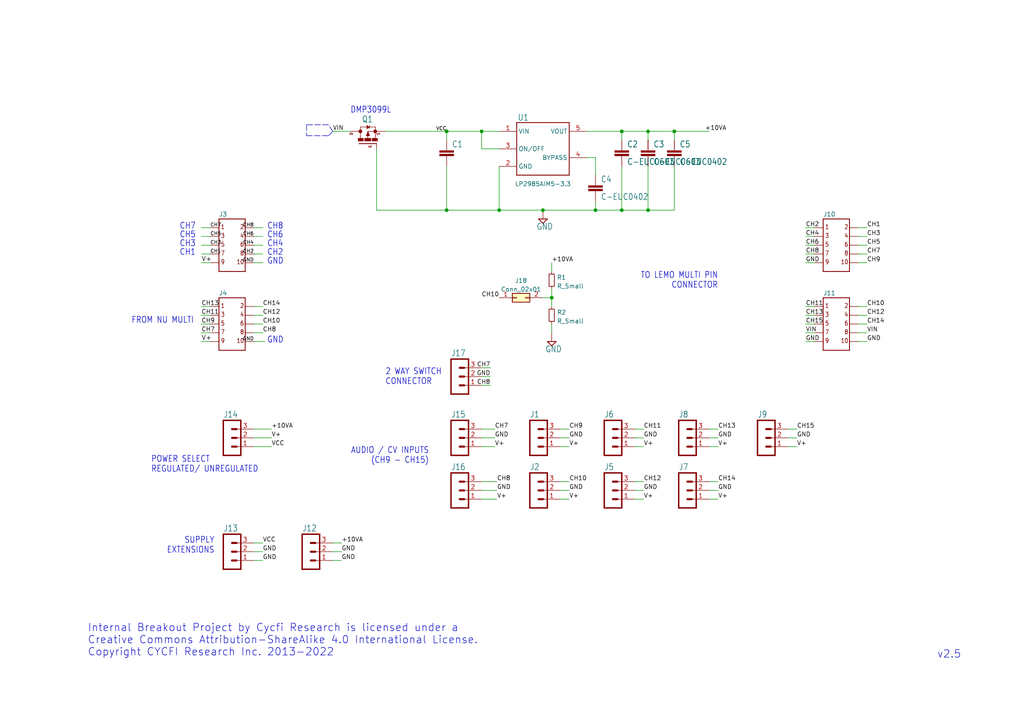
<source format=kicad_sch>
(kicad_sch (version 20211123) (generator eeschema)
  (paper "A4")
  (title_block (title "Document Number: 2022012") (date "2022-08-29") (rev "2.51"))
  (lib_symbols
    (symbol "Connector_Generic:Conn_02x01" (pin_names (offset 1.016) hide)
      (property "Reference" "J" (at 1.27 2.54 0))
      (property "Value" "Conn_02x01" (at 1.27 -2.54 0))
      (symbol "Conn_02x01_1_1"
        (rectangle (start -1.27 0.127) (end 0 -0.127) (stroke (width 0.1524)))
        (rectangle (start -1.27 1.27) (end 3.81 -1.27) (stroke (width 0.254)) (fill (type background)))
        (rectangle (start 3.81 0.127) (end 2.54 -0.127) (stroke (width 0.1524)))
        (pin passive line (at -5.08 0 0) (length 3.81) (name "Pin_1") (number "1"))
        (pin passive line (at 7.62 0 180) (length 3.81) (name "Pin_2") (number "2"))
      )
    )
    (symbol "Device:R_Small" (pin_numbers hide) (pin_names (offset 0.254) hide)
      (property "Reference" "R" (at 0.762 0.508 0))
      (property "Value" "R_Small" (at 0.762 -1.016 0))
      (symbol "R_Small_0_1"
        (rectangle (start -0.762 1.778) (end 0.762 -1.778) (stroke (width 0.2032)))
      )
      (symbol "R_Small_1_1"
        (pin passive line (at 0 2.54 270) (length 0.762) (name "~") (number "1"))
        (pin passive line (at 0 -2.54 90) (length 0.762) (name "~") (number "2"))
      )
    )
    (symbol "MA03-1_1"
      (property "Reference" "SV" (at -1.27 5.842 0))
      (property "Value" "MA03-1_1" (at -1.27 -7.62 0))
      (symbol "MA03-1_1_1_0"
        (polyline (pts (xy -1.27 5.08) (xy -1.27 -5.08)) (stroke (width 0.4064)))
        (polyline (pts (xy -1.27 5.08) (xy 3.81 5.08)) (stroke (width 0.4064)))
        (polyline (pts (xy 1.27 -2.54) (xy 2.54 -2.54)) (stroke (width 0.6096)))
        (polyline (pts (xy 1.27 0) (xy 2.54 0)) (stroke (width 0.6096)))
        (polyline (pts (xy 1.27 2.54) (xy 2.54 2.54)) (stroke (width 0.6096)))
        (polyline (pts (xy 3.81 -5.08) (xy -1.27 -5.08)) (stroke (width 0.4064)))
        (polyline (pts (xy 3.81 -5.08) (xy 3.81 5.08)) (stroke (width 0.4064)))
        (pin passive line (at 7.62 -2.54 180) (length 5.08) (name "1") (number "1"))
        (pin passive line (at 7.62 0 180) (length 5.08) (name "2") (number "2"))
        (pin passive line (at 7.62 2.54 180) (length 5.08) (name "3") (number "3"))
      )
    )
    (symbol "MA03-1_10"
      (property "Reference" "SV" (at -1.27 5.842 0))
      (property "Value" "MA03-1_10" (at -1.27 -7.62 0))
      (symbol "MA03-1_10_1_0"
        (polyline (pts (xy -1.27 5.08) (xy -1.27 -5.08)) (stroke (width 0.4064)))
        (polyline (pts (xy -1.27 5.08) (xy 3.81 5.08)) (stroke (width 0.4064)))
        (polyline (pts (xy 1.27 -2.54) (xy 2.54 -2.54)) (stroke (width 0.6096)))
        (polyline (pts (xy 1.27 0) (xy 2.54 0)) (stroke (width 0.6096)))
        (polyline (pts (xy 1.27 2.54) (xy 2.54 2.54)) (stroke (width 0.6096)))
        (polyline (pts (xy 3.81 -5.08) (xy -1.27 -5.08)) (stroke (width 0.4064)))
        (polyline (pts (xy 3.81 -5.08) (xy 3.81 5.08)) (stroke (width 0.4064)))
        (pin passive line (at 7.62 -2.54 180) (length 5.08) (name "1") (number "1"))
        (pin passive line (at 7.62 0 180) (length 5.08) (name "2") (number "2"))
        (pin passive line (at 7.62 2.54 180) (length 5.08) (name "3") (number "3"))
      )
    )
    (symbol "MA03-1_11"
      (property "Reference" "SV" (at -1.27 5.842 0))
      (property "Value" "MA03-1_11" (at -1.27 -7.62 0))
      (symbol "MA03-1_11_1_0"
        (polyline (pts (xy -1.27 5.08) (xy -1.27 -5.08)) (stroke (width 0.4064)))
        (polyline (pts (xy -1.27 5.08) (xy 3.81 5.08)) (stroke (width 0.4064)))
        (polyline (pts (xy 1.27 -2.54) (xy 2.54 -2.54)) (stroke (width 0.6096)))
        (polyline (pts (xy 1.27 0) (xy 2.54 0)) (stroke (width 0.6096)))
        (polyline (pts (xy 1.27 2.54) (xy 2.54 2.54)) (stroke (width 0.6096)))
        (polyline (pts (xy 3.81 -5.08) (xy -1.27 -5.08)) (stroke (width 0.4064)))
        (polyline (pts (xy 3.81 -5.08) (xy 3.81 5.08)) (stroke (width 0.4064)))
        (pin passive line (at 7.62 -2.54 180) (length 5.08) (name "1") (number "1"))
        (pin passive line (at 7.62 0 180) (length 5.08) (name "2") (number "2"))
        (pin passive line (at 7.62 2.54 180) (length 5.08) (name "3") (number "3"))
      )
    )
    (symbol "MA03-1_12"
      (property "Reference" "SV" (at -1.27 5.842 0))
      (property "Value" "MA03-1_12" (at -1.27 -7.62 0))
      (symbol "MA03-1_12_1_0"
        (polyline (pts (xy -1.27 5.08) (xy -1.27 -5.08)) (stroke (width 0.4064)))
        (polyline (pts (xy -1.27 5.08) (xy 3.81 5.08)) (stroke (width 0.4064)))
        (polyline (pts (xy 1.27 -2.54) (xy 2.54 -2.54)) (stroke (width 0.6096)))
        (polyline (pts (xy 1.27 0) (xy 2.54 0)) (stroke (width 0.6096)))
        (polyline (pts (xy 1.27 2.54) (xy 2.54 2.54)) (stroke (width 0.6096)))
        (polyline (pts (xy 3.81 -5.08) (xy -1.27 -5.08)) (stroke (width 0.4064)))
        (polyline (pts (xy 3.81 -5.08) (xy 3.81 5.08)) (stroke (width 0.4064)))
        (pin passive line (at 7.62 -2.54 180) (length 5.08) (name "1") (number "1"))
        (pin passive line (at 7.62 0 180) (length 5.08) (name "2") (number "2"))
        (pin passive line (at 7.62 2.54 180) (length 5.08) (name "3") (number "3"))
      )
    )
    (symbol "MA03-1_2"
      (property "Reference" "SV" (at -1.27 5.842 0))
      (property "Value" "MA03-1_2" (at -1.27 -7.62 0))
      (symbol "MA03-1_2_1_0"
        (polyline (pts (xy -1.27 5.08) (xy -1.27 -5.08)) (stroke (width 0.4064)))
        (polyline (pts (xy -1.27 5.08) (xy 3.81 5.08)) (stroke (width 0.4064)))
        (polyline (pts (xy 1.27 -2.54) (xy 2.54 -2.54)) (stroke (width 0.6096)))
        (polyline (pts (xy 1.27 0) (xy 2.54 0)) (stroke (width 0.6096)))
        (polyline (pts (xy 1.27 2.54) (xy 2.54 2.54)) (stroke (width 0.6096)))
        (polyline (pts (xy 3.81 -5.08) (xy -1.27 -5.08)) (stroke (width 0.4064)))
        (polyline (pts (xy 3.81 -5.08) (xy 3.81 5.08)) (stroke (width 0.4064)))
        (pin passive line (at 7.62 -2.54 180) (length 5.08) (name "1") (number "1"))
        (pin passive line (at 7.62 0 180) (length 5.08) (name "2") (number "2"))
        (pin passive line (at 7.62 2.54 180) (length 5.08) (name "3") (number "3"))
      )
    )
    (symbol "MA03-1_3"
      (property "Reference" "SV" (at -1.27 5.842 0))
      (property "Value" "MA03-1_3" (at -1.27 -7.62 0))
      (symbol "MA03-1_3_1_0"
        (polyline (pts (xy -1.27 5.08) (xy -1.27 -5.08)) (stroke (width 0.4064)))
        (polyline (pts (xy -1.27 5.08) (xy 3.81 5.08)) (stroke (width 0.4064)))
        (polyline (pts (xy 1.27 -2.54) (xy 2.54 -2.54)) (stroke (width 0.6096)))
        (polyline (pts (xy 1.27 0) (xy 2.54 0)) (stroke (width 0.6096)))
        (polyline (pts (xy 1.27 2.54) (xy 2.54 2.54)) (stroke (width 0.6096)))
        (polyline (pts (xy 3.81 -5.08) (xy -1.27 -5.08)) (stroke (width 0.4064)))
        (polyline (pts (xy 3.81 -5.08) (xy 3.81 5.08)) (stroke (width 0.4064)))
        (pin passive line (at 7.62 -2.54 180) (length 5.08) (name "1") (number "1"))
        (pin passive line (at 7.62 0 180) (length 5.08) (name "2") (number "2"))
        (pin passive line (at 7.62 2.54 180) (length 5.08) (name "3") (number "3"))
      )
    )
    (symbol "MA03-1_4"
      (property "Reference" "SV" (at -1.27 5.842 0))
      (property "Value" "MA03-1_4" (at -1.27 -7.62 0))
      (symbol "MA03-1_4_1_0"
        (polyline (pts (xy -1.27 5.08) (xy -1.27 -5.08)) (stroke (width 0.4064)))
        (polyline (pts (xy -1.27 5.08) (xy 3.81 5.08)) (stroke (width 0.4064)))
        (polyline (pts (xy 1.27 -2.54) (xy 2.54 -2.54)) (stroke (width 0.6096)))
        (polyline (pts (xy 1.27 0) (xy 2.54 0)) (stroke (width 0.6096)))
        (polyline (pts (xy 1.27 2.54) (xy 2.54 2.54)) (stroke (width 0.6096)))
        (polyline (pts (xy 3.81 -5.08) (xy -1.27 -5.08)) (stroke (width 0.4064)))
        (polyline (pts (xy 3.81 -5.08) (xy 3.81 5.08)) (stroke (width 0.4064)))
        (pin passive line (at 7.62 -2.54 180) (length 5.08) (name "1") (number "1"))
        (pin passive line (at 7.62 0 180) (length 5.08) (name "2") (number "2"))
        (pin passive line (at 7.62 2.54 180) (length 5.08) (name "3") (number "3"))
      )
    )
    (symbol "MA03-1_5"
      (property "Reference" "SV" (at -1.27 5.842 0))
      (property "Value" "MA03-1_5" (at -1.27 -7.62 0))
      (symbol "MA03-1_5_1_0"
        (polyline (pts (xy -1.27 5.08) (xy -1.27 -5.08)) (stroke (width 0.4064)))
        (polyline (pts (xy -1.27 5.08) (xy 3.81 5.08)) (stroke (width 0.4064)))
        (polyline (pts (xy 1.27 -2.54) (xy 2.54 -2.54)) (stroke (width 0.6096)))
        (polyline (pts (xy 1.27 0) (xy 2.54 0)) (stroke (width 0.6096)))
        (polyline (pts (xy 1.27 2.54) (xy 2.54 2.54)) (stroke (width 0.6096)))
        (polyline (pts (xy 3.81 -5.08) (xy -1.27 -5.08)) (stroke (width 0.4064)))
        (polyline (pts (xy 3.81 -5.08) (xy 3.81 5.08)) (stroke (width 0.4064)))
        (pin passive line (at 7.62 -2.54 180) (length 5.08) (name "1") (number "1"))
        (pin passive line (at 7.62 0 180) (length 5.08) (name "2") (number "2"))
        (pin passive line (at 7.62 2.54 180) (length 5.08) (name "3") (number "3"))
      )
    )
    (symbol "MA03-1_6"
      (property "Reference" "SV" (at -1.27 5.842 0))
      (property "Value" "MA03-1_6" (at -1.27 -7.62 0))
      (symbol "MA03-1_6_1_0"
        (polyline (pts (xy -1.27 5.08) (xy -1.27 -5.08)) (stroke (width 0.4064)))
        (polyline (pts (xy -1.27 5.08) (xy 3.81 5.08)) (stroke (width 0.4064)))
        (polyline (pts (xy 1.27 -2.54) (xy 2.54 -2.54)) (stroke (width 0.6096)))
        (polyline (pts (xy 1.27 0) (xy 2.54 0)) (stroke (width 0.6096)))
        (polyline (pts (xy 1.27 2.54) (xy 2.54 2.54)) (stroke (width 0.6096)))
        (polyline (pts (xy 3.81 -5.08) (xy -1.27 -5.08)) (stroke (width 0.4064)))
        (polyline (pts (xy 3.81 -5.08) (xy 3.81 5.08)) (stroke (width 0.4064)))
        (pin passive line (at 7.62 -2.54 180) (length 5.08) (name "1") (number "1"))
        (pin passive line (at 7.62 0 180) (length 5.08) (name "2") (number "2"))
        (pin passive line (at 7.62 2.54 180) (length 5.08) (name "3") (number "3"))
      )
    )
    (symbol "MA03-1_7"
      (property "Reference" "SV" (at -1.27 5.842 0))
      (property "Value" "MA03-1_7" (at -1.27 -7.62 0))
      (symbol "MA03-1_7_1_0"
        (polyline (pts (xy -1.27 5.08) (xy -1.27 -5.08)) (stroke (width 0.4064)))
        (polyline (pts (xy -1.27 5.08) (xy 3.81 5.08)) (stroke (width 0.4064)))
        (polyline (pts (xy 1.27 -2.54) (xy 2.54 -2.54)) (stroke (width 0.6096)))
        (polyline (pts (xy 1.27 0) (xy 2.54 0)) (stroke (width 0.6096)))
        (polyline (pts (xy 1.27 2.54) (xy 2.54 2.54)) (stroke (width 0.6096)))
        (polyline (pts (xy 3.81 -5.08) (xy -1.27 -5.08)) (stroke (width 0.4064)))
        (polyline (pts (xy 3.81 -5.08) (xy 3.81 5.08)) (stroke (width 0.4064)))
        (pin passive line (at 7.62 -2.54 180) (length 5.08) (name "1") (number "1"))
        (pin passive line (at 7.62 0 180) (length 5.08) (name "2") (number "2"))
        (pin passive line (at 7.62 2.54 180) (length 5.08) (name "3") (number "3"))
      )
    )
    (symbol "MA03-1_8"
      (property "Reference" "SV" (at -1.27 5.842 0))
      (property "Value" "MA03-1_8" (at -1.27 -7.62 0))
      (symbol "MA03-1_8_1_0"
        (polyline (pts (xy -1.27 5.08) (xy -1.27 -5.08)) (stroke (width 0.4064)))
        (polyline (pts (xy -1.27 5.08) (xy 3.81 5.08)) (stroke (width 0.4064)))
        (polyline (pts (xy 1.27 -2.54) (xy 2.54 -2.54)) (stroke (width 0.6096)))
        (polyline (pts (xy 1.27 0) (xy 2.54 0)) (stroke (width 0.6096)))
        (polyline (pts (xy 1.27 2.54) (xy 2.54 2.54)) (stroke (width 0.6096)))
        (polyline (pts (xy 3.81 -5.08) (xy -1.27 -5.08)) (stroke (width 0.4064)))
        (polyline (pts (xy 3.81 -5.08) (xy 3.81 5.08)) (stroke (width 0.4064)))
        (pin passive line (at 7.62 -2.54 180) (length 5.08) (name "1") (number "1"))
        (pin passive line (at 7.62 0 180) (length 5.08) (name "2") (number "2"))
        (pin passive line (at 7.62 2.54 180) (length 5.08) (name "3") (number "3"))
      )
    )
    (symbol "MA03-1_9"
      (property "Reference" "SV" (at -1.27 5.842 0))
      (property "Value" "MA03-1_9" (at -1.27 -7.62 0))
      (symbol "MA03-1_9_1_0"
        (polyline (pts (xy -1.27 5.08) (xy -1.27 -5.08)) (stroke (width 0.4064)))
        (polyline (pts (xy -1.27 5.08) (xy 3.81 5.08)) (stroke (width 0.4064)))
        (polyline (pts (xy 1.27 -2.54) (xy 2.54 -2.54)) (stroke (width 0.6096)))
        (polyline (pts (xy 1.27 0) (xy 2.54 0)) (stroke (width 0.6096)))
        (polyline (pts (xy 1.27 2.54) (xy 2.54 2.54)) (stroke (width 0.6096)))
        (polyline (pts (xy 3.81 -5.08) (xy -1.27 -5.08)) (stroke (width 0.4064)))
        (polyline (pts (xy 3.81 -5.08) (xy 3.81 5.08)) (stroke (width 0.4064)))
        (pin passive line (at 7.62 -2.54 180) (length 5.08) (name "1") (number "1"))
        (pin passive line (at 7.62 0 180) (length 5.08) (name "2") (number "2"))
        (pin passive line (at 7.62 2.54 180) (length 5.08) (name "3") (number "3"))
      )
    )
    (symbol "internal_breakout-eagle-import:2X5"
      (property "Value" "2X5" (at -5.08 -9.525 0))
      (symbol "2X5_1_0"
        (polyline (pts (xy -7.62 -5.08) (xy -5.08 -5.08)) (stroke (width 0.1524)))
        (polyline (pts (xy -7.62 -2.54) (xy -5.08 -2.54)) (stroke (width 0.1524)))
        (polyline (pts (xy -7.62 0) (xy -5.08 0)) (stroke (width 0.1524)))
        (polyline (pts (xy -7.62 2.54) (xy -5.08 2.54)) (stroke (width 0.1524)))
        (polyline (pts (xy -7.62 5.08) (xy -5.08 5.08)) (stroke (width 0.1524)))
        (polyline (pts (xy -5.08 -7.62) (xy 2.54 -7.62)) (stroke (width 0.254)))
        (polyline (pts (xy -5.08 -5.08) (xy -5.08 -7.62)) (stroke (width 0.254)))
        (polyline (pts (xy -5.08 -2.54) (xy -5.08 -5.08)) (stroke (width 0.254)))
        (polyline (pts (xy -5.08 0) (xy -5.08 -2.54)) (stroke (width 0.254)))
        (polyline (pts (xy -5.08 2.54) (xy -5.08 0)) (stroke (width 0.254)))
        (polyline (pts (xy -5.08 5.08) (xy -5.08 2.54)) (stroke (width 0.254)))
        (polyline (pts (xy -5.08 7.62) (xy -5.08 5.08)) (stroke (width 0.254)))
        (polyline (pts (xy -5.08 7.62) (xy 2.54 7.62)) (stroke (width 0.254)))
        (polyline (pts (xy 2.54 -7.62) (xy 2.54 -5.08)) (stroke (width 0.254)))
        (polyline (pts (xy 2.54 -5.08) (xy 2.54 -2.54)) (stroke (width 0.254)))
        (polyline (pts (xy 2.54 -2.54) (xy 2.54 0)) (stroke (width 0.254)))
        (polyline (pts (xy 2.54 0) (xy 2.54 2.54)) (stroke (width 0.254)))
        (polyline (pts (xy 2.54 2.54) (xy 2.54 5.08)) (stroke (width 0.254)))
        (polyline (pts (xy 2.54 5.08) (xy 2.54 7.62)) (stroke (width 0.254)))
        (polyline (pts (xy 5.08 -5.08) (xy 2.54 -5.08)) (stroke (width 0.1524)))
        (polyline (pts (xy 5.08 -2.54) (xy 2.54 -2.54)) (stroke (width 0.1524)))
        (polyline (pts (xy 5.08 0) (xy 2.54 0)) (stroke (width 0.1524)))
        (polyline (pts (xy 5.08 2.54) (xy 2.54 2.54)) (stroke (width 0.1524)))
        (polyline (pts (xy 5.08 5.08) (xy 2.54 5.08)) (stroke (width 0.1524)))
        (text "1" (at -4.572 4.572 0) (effects (font (size 1.27 1.0795)) (justify left bottom)))
        (text "10" (at 0 -5.588 0) (effects (font (size 1.27 1.0795)) (justify left bottom)))
        (text "2" (at 1.016 4.572 0) (effects (font (size 1.27 1.0795)) (justify left bottom)))
        (text "3" (at -4.572 2.032 0) (effects (font (size 1.27 1.0795)) (justify left bottom)))
        (text "4" (at 1.016 2.032 0) (effects (font (size 1.27 1.0795)) (justify left bottom)))
        (text "5" (at -4.572 -0.508 0) (effects (font (size 1.27 1.0795)) (justify left bottom)))
        (text "6" (at 1.016 -0.508 0) (effects (font (size 1.27 1.0795)) (justify left bottom)))
        (text "7" (at -4.572 -3.048 0) (effects (font (size 1.27 1.0795)) (justify left bottom)))
        (text "8" (at 1.016 -3.048 0) (effects (font (size 1.27 1.0795)) (justify left bottom)))
        (text "9" (at -4.572 -5.588 0) (effects (font (size 1.27 1.0795)) (justify left bottom)))
        (pin bidirectional line (at -7.62 5.08 0) (length 0) (name "1") (number "1"))
        (pin bidirectional line (at 5.08 -5.08 180) (length 0) (name "10") (number "10"))
        (pin bidirectional line (at 5.08 5.08 180) (length 0) (name "2") (number "2"))
        (pin bidirectional line (at -7.62 2.54 0) (length 0) (name "3") (number "3"))
        (pin bidirectional line (at 5.08 2.54 180) (length 0) (name "4") (number "4"))
        (pin bidirectional line (at -7.62 0 0) (length 0) (name "5") (number "5"))
        (pin bidirectional line (at 5.08 0 180) (length 0) (name "6") (number "6"))
        (pin bidirectional line (at -7.62 -2.54 0) (length 0) (name "7") (number "7"))
        (pin bidirectional line (at 5.08 -2.54 180) (length 0) (name "8") (number "8"))
        (pin bidirectional line (at -7.62 -5.08 0) (length 0) (name "9") (number "9"))
      )
    )
    (symbol "internal_breakout-eagle-import:C-EUC0402"
      (property "Reference" "C" (at 1.524 0.381 0))
      (property "Value" "C-EUC0402" (at 1.524 -4.699 0))
      (symbol "C-EUC0402_1_0"
        (rectangle (start -2.032 -2.032) (end 2.032 -1.524) (fill (type outline)))
        (rectangle (start -2.032 -1.016) (end 2.032 -0.508) (fill (type outline)))
        (polyline (pts (xy 0 -2.54) (xy 0 -2.032)) (stroke (width 0.1524)))
        (polyline (pts (xy 0 0) (xy 0 -0.508)) (stroke (width 0.1524)))
        (pin passive line (at 0 2.54 270) (length 2.54) (name "1") (number "1"))
        (pin passive line (at 0 -5.08 90) (length 2.54) (name "2") (number "2"))
      )
    )
    (symbol "internal_breakout-eagle-import:C-EUC0603"
      (property "Reference" "C" (at 1.524 0.381 0))
      (property "Value" "C-EUC0603" (at 1.524 -4.699 0))
      (symbol "C-EUC0603_1_0"
        (rectangle (start -2.032 -2.032) (end 2.032 -1.524) (fill (type outline)))
        (rectangle (start -2.032 -1.016) (end 2.032 -0.508) (fill (type outline)))
        (polyline (pts (xy 0 -2.54) (xy 0 -2.032)) (stroke (width 0.1524)))
        (polyline (pts (xy 0 0) (xy 0 -0.508)) (stroke (width 0.1524)))
        (pin passive line (at 0 2.54 270) (length 2.54) (name "1") (number "1"))
        (pin passive line (at 0 -5.08 90) (length 2.54) (name "2") (number "2"))
      )
    )
    (symbol "internal_breakout-eagle-import:FDN360P"
      (property "Reference" "Q" (at 6.35 2.54 0))
      (property "Value" "FDN360P" (at 6.35 0 0))
      (symbol "FDN360P_1_0"
        (rectangle (start -0.254 -2.794) (end 0.508 -1.27) (fill (type outline)))
        (rectangle (start -0.254 -0.889) (end 0.508 0.889) (fill (type outline)))
        (rectangle (start -0.254 1.27) (end 0.508 2.794) (fill (type outline)))
        (polyline (pts (xy -1.016 -2.54) (xy -1.016 2.54)) (stroke (width 0.254)))
        (polyline (pts (xy -1.016 2.54) (xy -2.54 2.54)) (stroke (width 0.1524)))
        (polyline (pts (xy 0.381 0) (xy 2.54 0)) (stroke (width 0.1524)))
        (polyline (pts (xy 0.508 -2.159) (xy 2.54 -2.159)) (stroke (width 0.1524)))
        (polyline (pts (xy 2.54 -2.159) (xy 2.54 -2.54)) (stroke (width 0.1524)))
        (polyline (pts (xy 2.54 0) (xy 2.54 2.159)) (stroke (width 0.1524)))
        (polyline (pts (xy 2.54 2.159) (xy 0.5334 2.159)) (stroke (width 0.1524)))
        (polyline (pts (xy 2.54 2.54) (xy 2.54 2.159)) (stroke (width 0.1524)))
        (polyline (pts (xy 3.302 0.508) (xy 3.81 0.508)) (stroke (width 0.1524)))
        (polyline (pts (xy 3.81 -2.159) (xy 2.54 -2.159)) (stroke (width 0.1524)))
        (polyline (pts (xy 3.81 -2.159) (xy 3.81 -0.127)) (stroke (width 0.1524)))
        (polyline (pts (xy 3.81 0.508) (xy 3.81 2.159)) (stroke (width 0.1524)))
        (polyline (pts (xy 3.81 0.508) (xy 4.318 0.508)) (stroke (width 0.1524)))
        (polyline (pts (xy 3.81 2.159) (xy 2.54 2.159)) (stroke (width 0.1524)))
        (polyline (pts (xy 2.54 0) (xy 1.27 0.508) (xy 1.27 -0.508)) (fill (type outline)))
        (polyline (pts (xy 3.81 0.508) (xy 3.302 -0.254) (xy 4.318 -0.254)) (fill (type outline)))
        (circle (center 2.54 -2.159) (radius 0.127) (stroke (width 0.4064)))
        (circle (center 2.54 2.159) (radius 0.127) (stroke (width 0.4064)))
        (text "D" (at 1.397 -4.318 0) (effects (font (size 0.8128 0.6908)) (justify left bottom)))
        (text "G" (at -2.286 1.143 0) (effects (font (size 0.8128 0.6908)) (justify left bottom)))
        (text "S" (at 1.397 3.556 0) (effects (font (size 0.8128 0.6908)) (justify left bottom)))
        (pin passive line (at -2.54 2.54 0) (length 0) (name "G") (number "1"))
        (pin passive line (at 2.54 5.08 270) (length 2.54) (name "S") (number "2"))
        (pin passive line (at 2.54 -5.08 90) (length 2.54) (name "D") (number "3"))
      )
    )
    (symbol "internal_breakout-eagle-import:GND" (power)
      (property "Value" "GND" (at -1.905 -3.175 0))
      (symbol "GND_1_0"
        (polyline (pts (xy -1.27 0) (xy 1.27 0)) (stroke (width 0.254)))
        (polyline (pts (xy 0 -1.27) (xy -1.27 0)) (stroke (width 0.254)))
        (polyline (pts (xy 1.27 0) (xy 0 -1.27)) (stroke (width 0.254)))
        (pin power_in line (at 0 2.54 270) (length 2.54) (name "GND") (number "1"))
      )
    )
    (symbol "internal_breakout-eagle-import:LP2985AIM5-3.3"
      (property "Reference" "Q" (at -7.366 8.128 0))
      (symbol "LP2985AIM5-3.3_1_0"
        (polyline (pts (xy -7.62 -7.62) (xy -7.62 7.62)) (stroke (width 0.254)))
        (polyline (pts (xy -7.62 7.62) (xy 7.62 7.62)) (stroke (width 0.254)))
        (polyline (pts (xy 7.62 -7.62) (xy -7.62 -7.62)) (stroke (width 0.254)))
        (polyline (pts (xy 7.62 7.62) (xy 7.62 -7.62)) (stroke (width 0.254)))
        (pin power_in line (at -12.7 5.08 0) (length 5.08) (name "VIN") (number "1"))
        (pin power_in line (at -12.7 -5.08 0) (length 5.08) (name "GND") (number "2"))
        (pin input line (at -12.7 0 0) (length 5.08) (name "ON/OFF") (number "3"))
        (pin power_in line (at 12.7 -2.54 180) (length 5.08) (name "BYPASS") (number "4"))
        (pin power_in line (at 12.7 5.08 180) (length 5.08) (name "VOUT") (number "5"))
      )
    )
    (symbol "internal_breakout-eagle-import:MA03-1"
      (property "Reference" "SV" (at -1.27 5.842 0))
      (property "Value" "MA03-1" (at -1.27 -7.62 0))
      (symbol "MA03-1_1_0"
        (polyline (pts (xy -1.27 5.08) (xy -1.27 -5.08)) (stroke (width 0.4064)))
        (polyline (pts (xy -1.27 5.08) (xy 3.81 5.08)) (stroke (width 0.4064)))
        (polyline (pts (xy 1.27 -2.54) (xy 2.54 -2.54)) (stroke (width 0.6096)))
        (polyline (pts (xy 1.27 0) (xy 2.54 0)) (stroke (width 0.6096)))
        (polyline (pts (xy 1.27 2.54) (xy 2.54 2.54)) (stroke (width 0.6096)))
        (polyline (pts (xy 3.81 -5.08) (xy -1.27 -5.08)) (stroke (width 0.4064)))
        (polyline (pts (xy 3.81 -5.08) (xy 3.81 5.08)) (stroke (width 0.4064)))
        (pin passive line (at 7.62 -2.54 180) (length 5.08) (name "1") (number "1"))
        (pin passive line (at 7.62 0 180) (length 5.08) (name "2") (number "2"))
        (pin passive line (at 7.62 2.54 180) (length 5.08) (name "3") (number "3"))
      )
    )
  )
  (junction (at 144.78 60.96))
  (junction (at 180.34 60.96))
  (junction (at 180.34 38.1))
  (junction (at 195.58 38.1))
  (junction (at 187.96 38.1))
  (junction (at 172.72 60.96))
  (junction (at 187.96 60.96))
  (junction (at 129.54 38.1))
  (junction (at 157.48 60.96))
  (junction (at 160.02 86.36))
  (junction (at 139.7 38.1))
  (junction (at 129.54 60.96))
  (wire (pts (xy 60.96 73.66) (xy 58.42 73.66)))
  (wire (pts (xy 236.22 71.12) (xy 233.68 71.12)))
  (wire (pts (xy 60.96 93.98) (xy 58.42 93.98)))
  (wire (pts (xy 73.66 96.52) (xy 76.2 96.52)))
  (wire (pts (xy 101.6 38.1) (xy 96.52 38.1)))
  (wire (pts (xy 73.66 76.2) (xy 76.2 76.2)))
  (wire (pts (xy 228.6 124.46) (xy 231.14 124.46)))
  (wire (pts (xy 162.56 124.46) (xy 165.1 124.46)))
  (wire (pts (xy 60.96 68.58) (xy 58.42 68.58)))
  (wire (pts (xy 195.58 60.96) (xy 187.96 60.96)))
  (wire (pts (xy 236.22 99.06) (xy 233.68 99.06)))
  (wire (pts (xy 180.34 40.64) (xy 180.34 38.1)))
  (wire (pts (xy 139.7 142.24) (xy 144.145 142.24)))
  (wire (pts (xy 73.66 124.46) (xy 78.74 124.46)))
  (wire (pts (xy 60.96 99.06) (xy 58.42 99.06)))
  (wire (pts (xy 162.56 127) (xy 165.1 127)))
  (wire (pts (xy 205.74 127) (xy 208.28 127)))
  (wire (pts (xy 129.54 38.1) (xy 139.7 38.1)))
  (wire (pts (xy 248.92 96.52) (xy 251.46 96.52)))
  (wire (pts (xy 129.54 48.26) (xy 129.54 60.96)))
  (wire (pts (xy 184.15 129.54) (xy 186.69 129.54)))
  (wire (pts (xy 184.15 139.7) (xy 186.69 139.7)))
  (wire (pts (xy 248.92 99.06) (xy 251.46 99.06)))
  (wire (pts (xy 180.34 48.26) (xy 180.34 60.96)))
  (wire (pts (xy 162.56 129.54) (xy 165.1 129.54)))
  (wire (pts (xy 129.54 40.64) (xy 129.54 38.1)))
  (wire (pts (xy 162.56 142.24) (xy 165.1 142.24)))
  (wire (pts (xy 139.7 144.78) (xy 144.145 144.78)))
  (wire (pts (xy 157.48 86.36) (xy 160.02 86.36)))
  (wire (pts (xy 73.66 162.56) (xy 76.2 162.56)))
  (wire (pts (xy 139.7 111.76) (xy 142.24 111.76)))
  (wire (pts (xy 160.02 86.36) (xy 160.02 88.9)))
  (wire (pts (xy 228.6 129.54) (xy 231.14 129.54)))
  (wire (pts (xy 139.7 106.68) (xy 142.24 106.68)))
  (wire (pts (xy 73.66 73.66) (xy 76.2 73.66)))
  (wire (pts (xy 248.92 91.44) (xy 251.46 91.44)))
  (wire (pts (xy 160.02 76.2) (xy 160.02 78.74)))
  (wire (pts (xy 170.18 45.72) (xy 172.72 45.72)))
  (wire (pts (xy 187.96 48.26) (xy 187.96 60.96)))
  (wire (pts (xy 248.92 66.04) (xy 251.46 66.04)))
  (wire (pts (xy 248.92 73.66) (xy 251.46 73.66)))
  (wire (pts (xy 184.15 144.78) (xy 186.69 144.78)))
  (wire (pts (xy 187.96 40.64) (xy 187.96 38.1)))
  (wire (pts (xy 139.7 43.18) (xy 139.7 38.1)))
  (wire (pts (xy 109.22 43.18) (xy 109.22 60.96)))
  (wire (pts (xy 73.66 129.54) (xy 78.74 129.54)))
  (wire (pts (xy 172.72 45.72) (xy 172.72 50.8)))
  (wire (pts (xy 195.58 48.26) (xy 195.58 60.96)))
  (wire (pts (xy 187.96 60.96) (xy 180.34 60.96)))
  (wire (pts (xy 180.34 60.96) (xy 172.72 60.96)))
  (wire (pts (xy 236.22 93.98) (xy 233.68 93.98)))
  (wire (pts (xy 236.22 76.2) (xy 233.68 76.2)))
  (wire (pts (xy 187.96 38.1) (xy 195.58 38.1)))
  (wire (pts (xy 139.7 139.7) (xy 144.145 139.7)))
  (wire (pts (xy 160.02 93.98) (xy 160.02 96.52)))
  (wire (pts (xy 170.18 38.1) (xy 180.34 38.1)))
  (wire (pts (xy 236.22 66.04) (xy 233.68 66.04)))
  (wire (pts (xy 60.96 66.04) (xy 58.42 66.04)))
  (wire (pts (xy 60.96 76.2) (xy 58.42 76.2)))
  (wire (pts (xy 96.52 157.48) (xy 99.06 157.48)))
  (wire (pts (xy 73.66 88.9) (xy 76.2 88.9)))
  (wire (pts (xy 139.7 124.46) (xy 143.51 124.46)))
  (wire (pts (xy 73.66 66.04) (xy 76.2 66.04)))
  (wire (pts (xy 144.78 43.18) (xy 139.7 43.18)))
  (wire (pts (xy 144.78 48.26) (xy 144.78 60.96)))
  (wire (pts (xy 109.22 60.96) (xy 129.54 60.96)))
  (polyline (pts (xy 88.9 39.37) (xy 95.25 39.37)))
  (wire (pts (xy 73.66 160.02) (xy 76.2 160.02)))
  (wire (pts (xy 205.74 139.7) (xy 208.28 139.7)))
  (wire (pts (xy 236.22 91.44) (xy 233.68 91.44)))
  (wire (pts (xy 236.22 68.58) (xy 233.68 68.58)))
  (wire (pts (xy 248.92 93.98) (xy 251.46 93.98)))
  (wire (pts (xy 228.6 127) (xy 231.14 127)))
  (wire (pts (xy 160.02 83.82) (xy 160.02 86.36)))
  (wire (pts (xy 96.52 160.02) (xy 99.06 160.02)))
  (wire (pts (xy 248.92 76.2) (xy 251.46 76.2)))
  (wire (pts (xy 172.72 58.42) (xy 172.72 60.96)))
  (wire (pts (xy 195.58 38.1) (xy 205.74 38.1)))
  (wire (pts (xy 195.58 40.64) (xy 195.58 38.1)))
  (wire (pts (xy 60.96 91.44) (xy 58.42 91.44)))
  (wire (pts (xy 73.66 127) (xy 78.74 127)))
  (wire (pts (xy 248.92 88.9) (xy 251.46 88.9)))
  (wire (pts (xy 139.7 38.1) (xy 144.78 38.1)))
  (wire (pts (xy 172.72 60.96) (xy 157.48 60.96)))
  (polyline (pts (xy 96.52 38.1) (xy 95.25 36.195)))
  (wire (pts (xy 205.74 124.46) (xy 208.28 124.46)))
  (wire (pts (xy 60.96 71.12) (xy 58.42 71.12)))
  (wire (pts (xy 73.66 157.48) (xy 76.2 157.48)))
  (polyline (pts (xy 95.25 39.37) (xy 96.52 38.1)))
  (wire (pts (xy 236.22 73.66) (xy 233.68 73.66)))
  (wire (pts (xy 60.96 96.52) (xy 58.42 96.52)))
  (wire (pts (xy 236.22 96.52) (xy 233.68 96.52)))
  (wire (pts (xy 73.66 71.12) (xy 76.2 71.12)))
  (wire (pts (xy 205.74 129.54) (xy 208.28 129.54)))
  (wire (pts (xy 236.22 88.9) (xy 233.68 88.9)))
  (polyline (pts (xy 95.25 36.195) (xy 88.9 36.195)))
  (wire (pts (xy 184.15 127) (xy 186.69 127)))
  (wire (pts (xy 60.96 88.9) (xy 58.42 88.9)))
  (wire (pts (xy 144.78 60.96) (xy 157.48 60.96)))
  (wire (pts (xy 111.76 38.1) (xy 129.54 38.1)))
  (wire (pts (xy 139.7 129.54) (xy 143.51 129.54)))
  (wire (pts (xy 73.66 91.44) (xy 76.2 91.44)))
  (wire (pts (xy 73.66 93.98) (xy 76.2 93.98)))
  (wire (pts (xy 139.7 109.22) (xy 142.24 109.22)))
  (wire (pts (xy 162.56 144.78) (xy 165.1 144.78)))
  (wire (pts (xy 184.15 142.24) (xy 186.69 142.24)))
  (wire (pts (xy 73.66 99.06) (xy 76.835 99.06)))
  (wire (pts (xy 205.74 144.78) (xy 208.28 144.78)))
  (wire (pts (xy 248.92 68.58) (xy 251.46 68.58)))
  (wire (pts (xy 180.34 38.1) (xy 187.96 38.1)))
  (wire (pts (xy 73.66 68.58) (xy 76.2 68.58)))
  (wire (pts (xy 139.7 127) (xy 143.51 127)))
  (wire (pts (xy 184.15 124.46) (xy 186.69 124.46)))
  (wire (pts (xy 205.74 142.24) (xy 208.28 142.24)))
  (polyline (pts (xy 88.9 36.195) (xy 88.9 39.37)))
  (wire (pts (xy 248.92 71.12) (xy 251.46 71.12)))
  (wire (pts (xy 129.54 60.96) (xy 144.78 60.96)))
  (wire (pts (xy 96.52 162.56) (xy 99.06 162.56)))
  (wire (pts (xy 162.56 139.7) (xy 165.1 139.7)))
  (text "CH7" (at 52.07 66.675 180) (effects (font (size 1.778 1.5113)) (justify left bottom)))
  (text "CH8" (at 77.47 66.675 180) (effects (font (size 1.778 1.5113)) (justify left bottom)))
  (text "GND" (at 77.47 99.695 180) (effects (font (size 1.778 1.5113)) (justify left bottom)))
  (text "CH6" (at 77.47 69.215 180) (effects (font (size 1.778 1.5113)) (justify left bottom)))
  (text "FROM NU MULTI" (at 38.1 93.98 180) (effects (font (size 1.778 1.5113)) (justify left bottom)))
  (text "v2.5" (at 271.78 191.135 180) (effects (font (size 2.1844 2.1844)) (justify left bottom)))
  (text "CH3" (at 52.07 71.755 180) (effects (font (size 1.778 1.5113)) (justify left bottom)))
  (text "AUDIO / CV INPUTS\n(CH9 - CH15)" (at 124.46 134.62 180) (effects (font (size 1.778 1.5113)) (justify right bottom)))
  (text "Internal Breakout Project by Cycfi Research is licensed under a\nCreative Commons Attribution-ShareAlike 4.0 International License.\nCopyright CYCFI Research Inc. 2013-2022" (at 25.4 190.5 0) (effects (font (size 2.1844 2.1844)) (justify left bottom)))
  (text "DMP3099L" (at 101.6 33.02 180) (effects (font (size 1.778 1.5113)) (justify left bottom)))
  (text "CH1" (at 52.07 74.295 180) (effects (font (size 1.778 1.5113)) (justify left bottom)))
  (text "CH4" (at 77.47 71.755 180) (effects (font (size 1.778 1.5113)) (justify left bottom)))
  (text "GND" (at 77.47 76.835 180) (effects (font (size 1.778 1.5113)) (justify left bottom)))
  (text "TO LEMO MULTI PIN\nCONNECTOR" (at 208.28 83.82 180) (effects (font (size 1.778 1.5113)) (justify right bottom)))
  (text "CH5" (at 52.07 69.215 180) (effects (font (size 1.778 1.5113)) (justify left bottom)))
  (text "CH2" (at 77.47 74.295 180) (effects (font (size 1.778 1.5113)) (justify left bottom)))
  (text "SUPPLY\nEXTENSIONS" (at 62.23 160.655 180) (effects (font (size 1.778 1.5113)) (justify right bottom)))
  (text "POWER SELECT\nREGULATED/ UNREGULATED" (at 43.815 137.16 180) (effects (font (size 1.778 1.5113)) (justify left bottom)))
  (text "2 WAY SWITCH\nCONNECTOR" (at 111.76 111.76 180) (effects (font (size 1.778 1.5113)) (justify left bottom)))
  (label "+10VA" (at 99.06 157.48 0) (effects (font (size 1.2446 1.2446))))
  (label "GND" (at 76.2 160.02 0) (effects (font (size 1.2446 1.2446))))
  (label "CH14" (at 76.2 88.9 0) (effects (font (size 1.2446 1.2446))))
  (label "CH15" (at 233.68 93.98 0) (effects (font (size 1.2446 1.2446))))
  (label "CH7" (at 251.46 73.66 0) (effects (font (size 1.2446 1.2446))))
  (label "GND" (at 165.1 142.24 0) (effects (font (size 1.2446 1.2446))))
  (label "GND" (at 144.145 142.24 0) (effects (font (size 1.2446 1.2446))))
  (label "CH10" (at 165.1 139.7 0) (effects (font (size 1.2446 1.2446))))
  (label "GND" (at 99.06 162.56 0) (effects (font (size 1.2446 1.2446))))
  (label "CH1" (at 251.46 66.04 0) (effects (font (size 1.2446 1.2446))))
  (label "VCC" (at 78.74 129.54 0) (effects (font (size 1.2446 1.2446))))
  (label "GND" (at 231.14 127 0) (effects (font (size 1.2446 1.2446))))
  (label "CH13" (at 233.68 91.44 0) (effects (font (size 1.2446 1.2446))))
  (label "CH8" (at 142.24 111.76 180) (effects (font (size 1.2446 1.2446))))
  (label "VIN" (at 233.68 96.52 0) (effects (font (size 1.2446 1.2446))))
  (label "GND" (at 208.28 142.24 0) (effects (font (size 1.2446 1.2446))))
  (label "CH3" (at 251.46 68.58 0) (effects (font (size 1.2446 1.2446))))
  (label "V+" (at 231.14 129.54 0) (effects (font (size 1.2446 1.2446))))
  (label "+10VA" (at 204.47 38.1 0) (effects (font (size 1.2446 1.2446))))
  (label "GND" (at 73.66 76.2 180) (effects (font (size 1.016 1.016))))
  (label "CH11" (at 233.68 88.9 0) (effects (font (size 1.2446 1.2446))))
  (label "CH9" (at 58.42 93.98 0) (effects (font (size 1.2446 1.2446))))
  (label "CH8" (at 76.2 96.52 0) (effects (font (size 1.2446 1.2446))))
  (label "CH7" (at 60.96 66.04 0) (effects (font (size 1.016 1.016))))
  (label "V+" (at 58.42 99.06 0) (effects (font (size 1.3513 1.3513))))
  (label "VCC" (at 129.54 38.1 180) (effects (font (size 1.016 1.016))))
  (label "CH4" (at 233.68 68.58 0) (effects (font (size 1.2446 1.2446))))
  (label "CH15" (at 231.14 124.46 0) (effects (font (size 1.2446 1.2446))))
  (label "CH7" (at 143.51 124.46 0) (effects (font (size 1.2446 1.2446))))
  (label "CH12" (at 76.2 91.44 0) (effects (font (size 1.2446 1.2446))))
  (label "GND" (at 76.2 162.56 0) (effects (font (size 1.2446 1.2446))))
  (label "CH9" (at 165.1 124.46 0) (effects (font (size 1.2446 1.2446))))
  (label "CH11" (at 186.69 124.46 0) (effects (font (size 1.2446 1.2446))))
  (label "CH14" (at 208.28 139.7 0) (effects (font (size 1.2446 1.2446))))
  (label "GND" (at 142.24 109.22 180) (effects (font (size 1.2446 1.2446))))
  (label "CH7" (at 58.42 96.52 0) (effects (font (size 1.2446 1.2446))))
  (label "CH12" (at 186.69 139.7 0) (effects (font (size 1.2446 1.2446))))
  (label "CH5" (at 251.46 71.12 0) (effects (font (size 1.2446 1.2446))))
  (label "CH9" (at 251.46 76.2 0) (effects (font (size 1.2446 1.2446))))
  (label "CH8" (at 233.68 73.66 0) (effects (font (size 1.2446 1.2446))))
  (label "GND" (at 233.68 76.2 0) (effects (font (size 1.2446 1.2446))))
  (label "GND" (at 233.68 99.06 0) (effects (font (size 1.2446 1.2446))))
  (label "CH10" (at 251.46 88.9 0) (effects (font (size 1.2446 1.2446))))
  (label "V+" (at 165.1 144.78 0) (effects (font (size 1.2446 1.2446))))
  (label "V+" (at 186.69 144.78 0) (effects (font (size 1.2446 1.2446))))
  (label "V+" (at 58.42 76.2 0) (effects (font (size 1.3513 1.3513))))
  (label "CH7" (at 142.24 106.68 180) (effects (font (size 1.2446 1.2446))))
  (label "CH13" (at 58.42 88.9 0) (effects (font (size 1.2446 1.2446))))
  (label "CH11" (at 58.42 91.44 0) (effects (font (size 1.2446 1.2446))))
  (label "GND" (at 99.06 160.02 0) (effects (font (size 1.2446 1.2446))))
  (label "VCC" (at 76.2 157.48 0) (effects (font (size 1.2446 1.2446))))
  (label "CH13" (at 208.28 124.46 0) (effects (font (size 1.2446 1.2446))))
  (label "V+" (at 78.74 127 0) (effects (font (size 1.2446 1.2446))))
  (label "CH3" (at 60.96 71.12 0) (effects (font (size 1.016 1.016))))
  (label "VIN" (at 96.52 38.1 0) (effects (font (size 1.2446 1.2446))))
  (label "V+" (at 208.28 144.78 0) (effects (font (size 1.2446 1.2446))))
  (label "+10VA" (at 160.02 76.2 0) (effects (font (size 1.2446 1.2446))))
  (label "GND" (at 208.28 127 0) (effects (font (size 1.2446 1.2446))))
  (label "CH10" (at 144.78 86.36 180) (effects (font (size 1.2446 1.2446))))
  (label "V+" (at 165.1 129.54 0) (effects (font (size 1.2446 1.2446))))
  (label "CH10" (at 76.2 93.98 0) (effects (font (size 1.2446 1.2446))))
  (label "CH2" (at 73.66 73.66 180) (effects (font (size 1.016 1.016))))
  (label "CH2" (at 233.68 66.04 0) (effects (font (size 1.2446 1.2446))))
  (label "GND" (at 165.1 127 0) (effects (font (size 1.2446 1.2446))))
  (label "CH6" (at 233.68 71.12 0) (effects (font (size 1.2446 1.2446))))
  (label "V+" (at 144.145 144.78 0) (effects (font (size 1.2446 1.2446))))
  (label "GND" (at 186.69 142.24 0) (effects (font (size 1.2446 1.2446))))
  (label "V+" (at 143.51 129.54 0) (effects (font (size 1.2446 1.2446))))
  (label "V+" (at 186.69 129.54 0) (effects (font (size 1.2446 1.2446))))
  (label "VIN" (at 251.46 96.52 0) (effects (font (size 1.2446 1.2446))))
  (label "CH4" (at 73.66 71.12 180) (effects (font (size 1.016 1.016))))
  (label "GND" (at 143.51 127 0) (effects (font (size 1.2446 1.2446))))
  (label "+10VA" (at 78.74 124.46 0) (effects (font (size 1.2446 1.2446))))
  (label "CH12" (at 251.46 91.44 0) (effects (font (size 1.2446 1.2446))))
  (label "CH6" (at 73.66 68.58 180) (effects (font (size 1.016 1.016))))
  (label "CH14" (at 251.46 93.98 0) (effects (font (size 1.2446 1.2446))))
  (label "GND" (at 73.66 99.06 180) (effects (font (size 1.016 1.016))))
  (label "GND" (at 251.46 99.06 0) (effects (font (size 1.2446 1.2446))))
  (label "CH8" (at 144.145 139.7 0) (effects (font (size 1.2446 1.2446))))
  (label "CH1" (at 60.96 73.66 0) (effects (font (size 1.016 1.016))))
  (label "CH5" (at 60.96 68.58 0) (effects (font (size 1.016 1.016))))
  (label "CH8" (at 73.66 66.04 180) (effects (font (size 1.016 1.016))))
  (label "V+" (at 208.28 129.54 0) (effects (font (size 1.2446 1.2446))))
  (label "GND" (at 186.69 127 0) (effects (font (size 1.2446 1.2446))))
  (symbol (lib_id "internal_breakout-eagle-import:2X5") (at 243.84 93.98 0) (unit 1)
    (property "Reference" "J11" (at 238.76 85.725 0) (effects (justify left bottom)))
    (property "Value" "2X5" (effects hide))
    (property "Footprint" "internal_breakout:2X5" (effects hide))
  )
  (symbol (lib_name "MA03-1_10") (lib_id "internal_breakout-eagle-import:MA03-1") (at 132.08 142.24 0) (unit 1)
    (property "Reference" "J16" (at 130.81 136.398 0) (effects (font (size 1.778 1.5113)) (justify left bottom)))
    (property "Value" "MA03-1" (effects hide))
    (property "Footprint" "Connector_PinHeader_2.00mm:PinHeader_1x03_P2.00mm_Vertical" (effects hide))
    (property "Value" "MA03-1" (effects hide))
  )
  (symbol (lib_name "MA03-1_3") (lib_id "internal_breakout-eagle-import:MA03-1") (at 198.12 142.24 0) (unit 1)
    (property "Reference" "J7" (at 196.85 136.398 0) (effects (font (size 1.778 1.5113)) (justify left bottom)))
    (property "Value" "MA03-1" (effects hide))
    (property "Footprint" "Connector_PinHeader_2.00mm:PinHeader_1x03_P2.00mm_Vertical" (effects hide))
  )
  (symbol (lib_name "MA03-1_12") (lib_id "internal_breakout-eagle-import:MA03-1") (at 88.9 160.02 0) (unit 1)
    (property "Reference" "J12" (at 87.63 154.178 0) (effects (font (size 1.778 1.5113)) (justify left bottom)))
    (property "Value" "MA03-1" (effects hide))
    (property "Footprint" "Connector_PinHeader_2.00mm:PinHeader_1x03_P2.00mm_Vertical" (effects hide))
  )
  (symbol (lib_name "MA03-1_7") (lib_id "internal_breakout-eagle-import:MA03-1") (at 132.08 127 0) (unit 1)
    (property "Reference" "J15" (at 130.81 121.158 0) (effects (font (size 1.778 1.5113)) (justify left bottom)))
    (property "Value" "MA03-1" (effects hide))
    (property "Footprint" "Connector_PinHeader_2.00mm:PinHeader_1x03_P2.00mm_Vertical" (effects hide))
    (property "Value" "MA03-1" (effects hide))
  )
  (symbol (lib_name "MA03-1_11") (lib_id "internal_breakout-eagle-import:MA03-1") (at 66.04 127 0) (unit 1)
    (property "Reference" "J14" (at 64.77 121.158 0) (effects (font (size 1.778 1.5113)) (justify left bottom)))
    (property "Value" "MA03-1" (effects hide))
    (property "Footprint" "Connector_PinHeader_2.00mm:PinHeader_1x03_P2.00mm_Vertical" (effects hide))
  )
  (symbol (lib_name "MA03-1_6") (lib_id "internal_breakout-eagle-import:MA03-1") (at 176.53 127 0) (unit 1)
    (property "Reference" "J6" (at 175.26 121.158 0) (effects (font (size 1.778 1.5113)) (justify left bottom)))
    (property "Value" "MA03-1" (effects hide))
    (property "Footprint" "Connector_PinHeader_2.00mm:PinHeader_1x03_P2.00mm_Vertical" (effects hide))
  )
  (symbol (lib_id "internal_breakout-eagle-import:C-EUC0402") (at 195.58 43.18 0) (unit 1)
    (property "Reference" "C5" (at 197.104 42.799 0) (effects (font (size 1.778 1.5113)) (justify left bottom)))
    (property "Value" "C-EUC0402" (at 197.104 47.879 0) (effects (font (size 1.778 1.5113)) (justify left bottom)))
    (property "Footprint" "internal_breakout:C0402" (effects hide))
  )
  (symbol (lib_id "internal_breakout-eagle-import:GND") (at 160.02 99.06 0) (unit 1)
    (property "Reference" "#SUPPLY02" (effects hide))
    (property "Value" "GND" (at 158.115 102.235 0) (effects (font (size 1.778 1.5113)) (justify left bottom)))
    (property "Footprint" "internal_breakout:" (effects hide))
  )
  (symbol (lib_id "internal_breakout-eagle-import:C-EUC0603") (at 180.34 43.18 0) (unit 1)
    (property "Reference" "C2" (at 181.864 42.799 0) (effects (font (size 1.778 1.5113)) (justify left bottom)))
    (property "Value" "C-EUC0603" (at 181.864 47.879 0) (effects (font (size 1.778 1.5113)) (justify left bottom)))
    (property "Footprint" "internal_breakout:C0603" (effects hide))
  )
  (symbol (lib_id "internal_breakout-eagle-import:2X5") (at 243.84 71.12 0) (unit 1)
    (property "Reference" "J10" (at 238.76 62.865 0) (effects (justify left bottom)))
    (property "Value" "2X5" (effects hide))
    (property "Footprint" "internal_breakout:2X5" (effects hide))
  )
  (symbol (lib_id "internal_breakout-eagle-import:C-EUC0603") (at 187.96 43.18 0) (unit 1)
    (property "Reference" "C3" (at 189.484 42.799 0) (effects (font (size 1.778 1.5113)) (justify left bottom)))
    (property "Value" "C-EUC0603" (at 189.484 47.879 0) (effects (font (size 1.778 1.5113)) (justify left bottom)))
    (property "Footprint" "internal_breakout:C0603" (effects hide))
  )
  (symbol (lib_id "internal_breakout-eagle-import:C-EUC0603") (at 129.54 43.18 0) (unit 1)
    (property "Reference" "C1" (at 131.064 42.799 0) (effects (font (size 1.778 1.5113)) (justify left bottom)))
    (property "Value" "C-EUC0603" (at 131.064 47.879 0) (effects (font (size 1.778 1.5113)) (justify left bottom)))
    (property "Footprint" "internal_breakout:C0603" (effects hide))
    (property "Value" "C-EUC0603" (effects hide))
  )
  (symbol (lib_name "MA03-1_1") (lib_id "internal_breakout-eagle-import:MA03-1") (at 220.98 127 0) (unit 1)
    (property "Reference" "J9" (at 219.71 121.158 0) (effects (font (size 1.778 1.5113)) (justify left bottom)))
    (property "Value" "MA03-1" (effects hide))
    (property "Footprint" "Connector_PinHeader_2.00mm:PinHeader_1x03_P2.00mm_Vertical" (effects hide))
  )
  (symbol (lib_id "Connector_Generic:Conn_02x01") (at 149.86 86.36 0) (unit 1)
    (property "Reference" "J18" (at 151.13 81.3902 0))
    (property "Value" "Conn_02x01" (at 151.13 83.9271 0))
    (property "Footprint" "Connector_PinHeader_2.54mm:PinHeader_1x02_P2.54mm_Vertical" (effects hide))
  )
  (symbol (lib_name "MA03-1_4") (lib_id "internal_breakout-eagle-import:MA03-1") (at 198.12 127 0) (unit 1)
    (property "Reference" "J8" (at 196.85 121.158 0) (effects (font (size 1.778 1.5113)) (justify left bottom)))
    (property "Value" "MA03-1" (effects hide))
    (property "Footprint" "Connector_PinHeader_2.00mm:PinHeader_1x03_P2.00mm_Vertical" (effects hide))
  )
  (symbol (lib_id "internal_breakout-eagle-import:LP2985AIM5-3.3") (at 157.48 43.18 0) (unit 1)
    (property "Reference" "U1" (at 150.114 35.052 0) (effects (font (size 1.778 1.5113)) (justify left bottom)))
    (property "Value" "LP2985AIM5-3.3" (at 157.48 53.34 0))
    (property "Footprint" "Package_TO_SOT_SMD:SOT-23-5" (effects hide))
  )
  (symbol (lib_id "internal_breakout-eagle-import:2X5") (at 68.58 93.98 0) (unit 1)
    (property "Reference" "J4" (at 63.5 85.725 0) (effects (justify left bottom)))
    (property "Value" "2X5" (effects hide))
    (property "Footprint" "internal_breakout:2X5" (effects hide))
  )
  (symbol (lib_id "internal_breakout-eagle-import:2X5") (at 68.58 71.12 0) (unit 1)
    (property "Reference" "J3" (at 63.5 62.865 0) (effects (justify left bottom)))
    (property "Value" "2X5" (effects hide))
    (property "Footprint" "internal_breakout:2X5" (effects hide))
  )
  (symbol (lib_id "internal_breakout-eagle-import:MA03-1") (at 66.04 160.02 0) (unit 1)
    (property "Reference" "J13" (at 64.77 154.178 0) (effects (font (size 1.778 1.5113)) (justify left bottom)))
    (property "Value" "MA03-1" (effects hide))
    (property "Footprint" "Connector_PinHeader_2.00mm:PinHeader_1x03_P2.00mm_Vertical" (effects hide))
  )
  (symbol (lib_name "MA03-1_9") (lib_id "internal_breakout-eagle-import:MA03-1") (at 176.53 142.24 0) (unit 1)
    (property "Reference" "J5" (at 175.26 136.398 0) (effects (font (size 1.778 1.5113)) (justify left bottom)))
    (property "Value" "MA03-1" (effects hide))
    (property "Footprint" "Connector_PinHeader_2.00mm:PinHeader_1x03_P2.00mm_Vertical" (effects hide))
  )
  (symbol (lib_id "internal_breakout-eagle-import:C-EUC0402") (at 172.72 53.34 0) (unit 1)
    (property "Reference" "C4" (at 174.244 52.959 0) (effects (font (size 1.778 1.5113)) (justify left bottom)))
    (property "Value" "C-EUC0402" (at 174.244 58.039 0) (effects (font (size 1.778 1.5113)) (justify left bottom)))
    (property "Footprint" "internal_breakout:C0402" (effects hide))
  )
  (symbol (lib_name "MA03-1_5") (lib_id "internal_breakout-eagle-import:MA03-1") (at 154.94 127 0) (unit 1)
    (property "Reference" "J1" (at 153.67 121.158 0) (effects (font (size 1.778 1.5113)) (justify left bottom)))
    (property "Value" "MA03-1" (effects hide))
    (property "Footprint" "Connector_PinHeader_2.00mm:PinHeader_1x03_P2.00mm_Vertical" (effects hide))
  )
  (symbol (lib_id "Device:R_Small") (at 160.02 81.28 0) (unit 1)
    (property "Reference" "R1" (at 161.5186 80.4453 0) (effects (justify left)))
    (property "Value" "R_Small" (at 161.5186 82.9822 0) (effects (justify left)))
    (property "Footprint" "Resistor_SMD:R_0402_1005Metric" (effects hide))
  )
  (symbol (lib_name "MA03-1_2") (lib_id "internal_breakout-eagle-import:MA03-1") (at 132.08 109.22 0) (unit 1)
    (property "Reference" "J17" (at 130.81 103.378 0) (effects (font (size 1.778 1.5113)) (justify left bottom)))
    (property "Value" "MA03-1" (effects hide))
    (property "Footprint" "Connector_PinHeader_2.00mm:PinHeader_1x03_P2.00mm_Vertical" (effects hide))
    (property "Value" "MA03-1" (effects hide))
  )
  (symbol (lib_id "internal_breakout-eagle-import:FDN360P") (at 106.68 40.64 270) (mirror x) (unit 1)
    (property "Reference" "Q1" (at 108.204 35.56 90) (effects (font (size 1.778 1.5113)) (justify right top)))
    (property "Value" "FDN360P" (effects hide))
    (property "Footprint" "Package_TO_SOT_SMD:SOT-23" (effects hide))
  )
  (symbol (lib_id "internal_breakout-eagle-import:GND") (at 157.48 63.5 0) (unit 1)
    (property "Reference" "#SUPPLY01" (effects hide))
    (property "Value" "GND" (at 155.575 66.675 0) (effects (font (size 1.778 1.5113)) (justify left bottom)))
    (property "Footprint" "internal_breakout:" (effects hide))
  )
  (symbol (lib_id "Device:R_Small") (at 160.02 91.44 0) (unit 1)
    (property "Reference" "R2" (at 161.5186 90.6053 0) (effects (justify left)))
    (property "Value" "R_Small" (at 161.5186 93.1422 0) (effects (justify left)))
    (property "Footprint" "Resistor_SMD:R_0402_1005Metric" (effects hide))
  )
  (symbol (lib_name "MA03-1_8") (lib_id "internal_breakout-eagle-import:MA03-1") (at 154.94 142.24 0) (unit 1)
    (property "Reference" "J2" (at 153.67 136.398 0) (effects (font (size 1.778 1.5113)) (justify left bottom)))
    (property "Value" "MA03-1" (effects hide))
    (property "Footprint" "Connector_PinHeader_2.00mm:PinHeader_1x03_P2.00mm_Vertical" (effects hide))
  )
)
</source>
